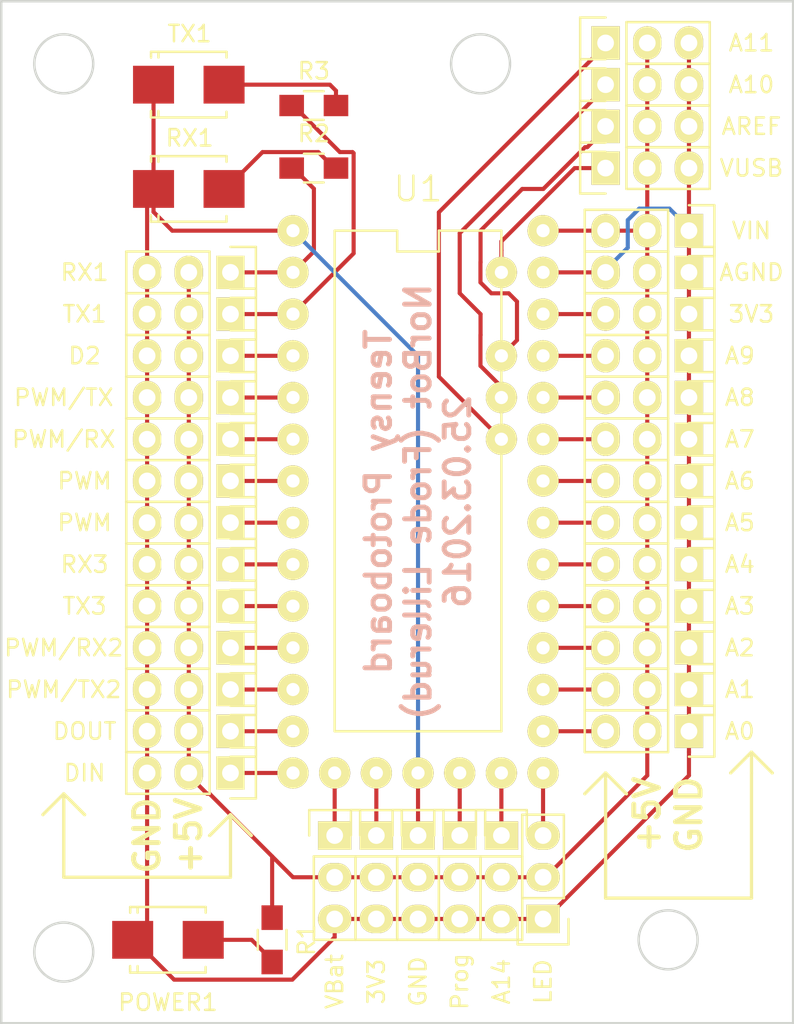
<source format=kicad_pcb>
(kicad_pcb (version 20221018) (generator pcbnew)
  (layers (0 "F.Cu" signal) (31 "B.Cu" signal) (34 "B.Paste" user) (35 "F.Paste" user) (36 "B.SilkS" user "B.Silkscreen") (37 "F.SilkS" user "F.Silkscreen") (38 "B.Mask" user) (39 "F.Mask" user) (44 "Edge.Cuts" user))
  (net 0 "")
  (net 1 "PIN27")
  (net 2 "PIN6")
  (net 3 "PIN26")
  (net 4 "PIN7")
  (net 5 "PIN8")
  (net 6 "PIN9")
  (net 7 "PIN10")
  (net 8 "PIN11")
  (net 9 "PIN12")
  (net 10 "PIN36")
  (net 11 "PIN0")
  (net 12 "PIN1")
  (net 13 "PIN2")
  (net 14 "PIN3")
  (net 15 "PIN4")
  (net 16 "PIN5")
  (net 17 "PIN35")
  (net 18 "PIN33")
  (net 19 "PIN32")
  (net 20 "PIN24")
  (net 21 "PIN23")
  (net 22 "PIN22")
  (net 23 "PIN21")
  (net 24 "PIN20")
  (net 25 "PIN19")
  (net 26 "PIN18")
  (net 27 "PIN17")
  (net 28 "PIN16")
  (net 29 "PIN15")
  (net 30 "PIN14")
  (net 31 "PIN13")
  (net 32 "PIN31")
  (net 33 "PIN30")
  (net 34 "PIN29")
  (net 35 "PIN28")
  (net 36 "Net-(POWER1-Pad2)")
  (net 37 "Net-(R2-Pad2)")
  (net 38 "Net-(R3-Pad2)")
  (footprint "Resistors_SMD:R_0805_HandSoldering" (layer "F.Cu") (at 91.44 132.08 -90)
    (fp_text reference "R1" (at 0 -2.1 270) (layer "F.SilkS"))
    (fp_text value "330")
    (pad "1" smd rect (at -1.35 0 270) (size 1.5 1.3) (layers "F.Cu" "F.Paste" "F.Mask") (net 3 "PIN26"))
    (pad "2" smd rect (at 1.35 0 270) (size 1.5 1.3) (layers "F.Cu" "F.Paste" "F.Mask") (net 36 "Net-(POWER1-Pad2)"))
  )
  (footprint "NorBotKiCadFootprints:Teensy-3.1_3.2" (layer "F.Cu") (at 92.71 91.44 -90)
    (fp_text reference "U1" (at -5.08 -7.62) (layer "F.SilkS") (effects (font (size 1.5 1.5))))
    (fp_text value "Teensy_3.1")
    (pad "0" thru_hole circle (at 0 0 270) (size 1.9 1.9) (drill 0.8) (layers "*.Cu" "*.Mask" "F.SilkS") (net 11 "PIN0"))
    (pad "1" thru_hole circle (at 2.54 0 270) (size 1.9 1.9) (drill 0.8) (layers "*.Cu" "*.Mask" "F.SilkS") (net 12 "PIN1"))
    (pad "2" thru_hole circle (at 5.08 0 270) (size 1.9 1.9) (drill 0.8) (layers "*.Cu" "*.Mask" "F.SilkS") (net 13 "PIN2"))
    (pad "3" thru_hole circle (at 7.62 0 270) (size 1.9 1.9) (drill 0.8) (layers "*.Cu" "*.Mask" "F.SilkS") (net 14 "PIN3"))
    (pad "4" thru_hole circle (at 10.16 0 270) (size 1.9 1.9) (drill 0.8) (layers "*.Cu" "*.Mask" "F.SilkS") (net 15 "PIN4"))
    (pad "5" thru_hole circle (at 12.7 0 270) (size 1.9 1.9) (drill 0.8) (layers "*.Cu" "*.Mask" "F.SilkS") (net 16 "PIN5"))
    (pad "6" thru_hole circle (at 15.24 0 270) (size 1.9 1.9) (drill 0.8) (layers "*.Cu" "*.Mask" "F.SilkS") (net 2 "PIN6"))
    (pad "7" thru_hole circle (at 17.78 0 270) (size 1.9 1.9) (drill 0.8) (layers "*.Cu" "*.Mask" "F.SilkS") (net 4 "PIN7"))
    (pad "8" thru_hole circle (at 20.32 0 270) (size 1.9 1.9) (drill 0.8) (layers "*.Cu" "*.Mask" "F.SilkS") (net 5 "PIN8"))
    (pad "9" thru_hole circle (at 22.86 0 270) (size 1.9 1.9) (drill 0.8) (layers "*.Cu" "*.Mask" "F.SilkS") (net 6 "PIN9"))
    (pad "10" thru_hole circle (at 25.4 0 270) (size 1.9 1.9) (drill 0.8) (layers "*.Cu" "*.Mask" "F.SilkS") (net 7 "PIN10"))
    (pad "11" thru_hole circle (at 27.94 0 270) (size 1.9 1.9) (drill 0.8) (layers "*.Cu" "*.Mask" "F.SilkS") (net 8 "PIN11"))
    (pad "12" thru_hole circle (at 30.48 0 270) (size 1.9 1.9) (drill 0.8) (layers "*.Cu" "*.Mask" "F.SilkS") (net 9 "PIN12"))
    (pad "13" thru_hole circle (at 30.48 -15.24 270) (size 1.9 1.9) (drill 0.8) (layers "*.Cu" "*.Mask" "F.SilkS") (net 31 "PIN13"))
    (pad "14" thru_hole circle (at 27.94 -15.24 270) (size 1.9 1.9) (drill 0.8) (layers "*.Cu" "*.Mask" "F.SilkS") (net 30 "PIN14"))
    (pad "15" thru_hole circle (at 25.4 -15.24 270) (size 1.9 1.9) (drill 0.8) (layers "*.Cu" "*.Mask" "F.SilkS") (net 29 "PIN15"))
    (pad "16" thru_hole circle (at 22.86 -15.24 270) (size 1.9 1.9) (drill 0.8) (layers "*.Cu" "*.Mask" "F.SilkS") (net 28 "PIN16"))
    (pad "17" thru_hole circle (at 20.32 -15.24 270) (size 1.9 1.9) (drill 0.8) (layers "*.Cu" "*.Mask" "F.SilkS") (net 27 "PIN17"))
    (pad "18" thru_hole circle (at 17.78 -15.24 270) (size 1.9 1.9) (drill 0.8) (layers "*.Cu" "*.Mask" "F.SilkS") (net 26 "PIN18"))
    (pad "19" thru_hole circle (at 15.24 -15.24 270) (size 1.9 1.9) (drill 0.8) (layers "*.Cu" "*.Mask" "F.SilkS") (net 25 "PIN19"))
    (pad "20" thru_hole circle (at 12.7 -15.24 270) (size 1.9 1.9) (drill 0.8) (layers "*.Cu" "*.Mask" "F.SilkS") (net 24 "PIN20"))
    (pad "21" thru_hole circle (at 10.16 -15.24 270) (size 1.9 1.9) (drill 0.8) (layers "*.Cu" "*.Mask" "F.SilkS") (net 23 "PIN21"))
    (pad "22" thru_hole circle (at 7.62 -15.24 270) (size 1.9 1.9) (drill 0.8) (layers "*.Cu" "*.Mask" "F.SilkS") (net 22 "PIN22"))
    (pad "23" thru_hole circle (at 5.08 -15.24 270) (size 1.9 1.9) (drill 0.8) (layers "*.Cu" "*.Mask" "F.SilkS") (net 21 "PIN23"))
    (pad "24" thru_hole circle (at 2.54 -15.24 270) (size 1.9 1.9) (drill 0.8) (layers "*.Cu" "*.Mask" "F.SilkS") (net 20 "PIN24"))
    (pad "25" thru_hole circle (at 0 -15.24 270) (size 1.9 1.9) (drill 0.8) (layers "*.Cu" "*.Mask" "F.SilkS") (net 1 "PIN27"))
    (pad "26" thru_hole circle (at -2.54 -15.24 270) (size 1.9 1.9) (drill 0.8) (layers "*.Cu" "*.Mask" "F.SilkS") (net 3 "PIN26"))
    (pad "27" thru_hole circle (at -2.54 0 270) (size 1.9 1.9) (drill 0.8) (layers "*.Cu" "*.Mask" "F.SilkS") (net 1 "PIN27"))
    (pad "28" thru_hole circle (at 0 -12.7 270) (size 1.9 1.9) (drill 0.8) (layers "*.Cu" "*.Mask" "F.SilkS") (net 35 "PIN28"))
    (pad "29" thru_hole circle (at 5.08 -12.7 270) (size 1.9 1.9) (drill 0.8) (layers "*.Cu" "*.Mask" "F.SilkS") (net 34 "PIN29"))
    (pad "30" thru_hole circle (at 7.62 -12.7 270) (size 1.9 1.9) (drill 0.8) (layers "*.Cu" "*.Mask" "F.SilkS") (net 33 "PIN30"))
    (pad "31" thru_hole circle (at 10.16 -12.7 270) (size 1.9 1.9) (drill 0.8) (layers "*.Cu" "*.Mask" "F.SilkS") (net 32 "PIN31"))
    (pad "32" thru_hole circle (at 30.48 -12.7 270) (size 1.9 1.9) (drill 0.8) (layers "*.Cu" "*.Mask" "F.SilkS") (net 19 "PIN32"))
    (pad "33" thru_hole circle (at 30.48 -10.16 270) (size 1.9 1.9) (drill 0.8) (layers "*.Cu" "*.Mask" "F.SilkS") (net 18 "PIN33"))
    (pad "34" thru_hole circle (at 30.48 -7.62 270) (size 1.9 1.9) (drill 0.8) (layers "*.Cu" "*.Mask" "F.SilkS") (net 1 "PIN27"))
    (pad "35" thru_hole circle (at 30.48 -5.08 270) (size 1.9 1.9) (drill 0.8) (layers "*.Cu" "*.Mask" "F.SilkS") (net 17 "PIN35"))
    (pad "36" thru_hole circle (at 30.48 -2.54 270) (size 1.9 1.9) (drill 0.8) (layers "*.Cu" "*.Mask" "F.SilkS") (net 10 "PIN36"))
  )
  (footprint "Pin_Headers:Pin_Header_Straight_1x03" (layer "F.Cu") (at 88.9 106.68 -90)
    (fp_text reference "P1")
    (fp_text value "PWM" (at 0 8.89) (layer "F.SilkS"))
    (pad "1" thru_hole rect (at 0 0 270) (size 2.032 1.7272) (drill 1.016) (layers "*.Cu" "*.Mask" "F.SilkS") (net 2 "PIN6"))
    (pad "2" thru_hole oval (at 0 2.54 270) (size 2.032 1.7272) (drill 1.016) (layers "*.Cu" "*.Mask" "F.SilkS") (net 3 "PIN26"))
    (pad "3" thru_hole oval (at 0 5.08 270) (size 2.032 1.7272) (drill 1.016) (layers "*.Cu" "*.Mask" "F.SilkS") (net 1 "PIN27"))
  )
  (footprint "Pin_Headers:Pin_Header_Straight_1x03" (layer "F.Cu") (at 88.9 109.22 -90)
    (fp_text reference "P2")
    (fp_text value "RX3" (at 0 8.89) (layer "F.SilkS"))
    (pad "1" thru_hole rect (at 0 0 270) (size 2.032 1.7272) (drill 1.016) (layers "*.Cu" "*.Mask" "F.SilkS") (net 4 "PIN7"))
    (pad "2" thru_hole oval (at 0 2.54 270) (size 2.032 1.7272) (drill 1.016) (layers "*.Cu" "*.Mask" "F.SilkS") (net 3 "PIN26"))
    (pad "3" thru_hole oval (at 0 5.08 270) (size 2.032 1.7272) (drill 1.016) (layers "*.Cu" "*.Mask" "F.SilkS") (net 1 "PIN27"))
  )
  (footprint "Pin_Headers:Pin_Header_Straight_1x03" (layer "F.Cu") (at 88.9 111.76 -90)
    (fp_text reference "P3")
    (fp_text value "TX3" (at 0 8.89) (layer "F.SilkS"))
    (pad "1" thru_hole rect (at 0 0 270) (size 2.032 1.7272) (drill 1.016) (layers "*.Cu" "*.Mask" "F.SilkS") (net 5 "PIN8"))
    (pad "2" thru_hole oval (at 0 2.54 270) (size 2.032 1.7272) (drill 1.016) (layers "*.Cu" "*.Mask" "F.SilkS") (net 3 "PIN26"))
    (pad "3" thru_hole oval (at 0 5.08 270) (size 2.032 1.7272) (drill 1.016) (layers "*.Cu" "*.Mask" "F.SilkS") (net 1 "PIN27"))
  )
  (footprint "Pin_Headers:Pin_Header_Straight_1x03" (layer "F.Cu") (at 88.9 114.3 -90)
    (fp_text reference "P4")
    (fp_text value "PWM/RX2" (at 0 10.16) (layer "F.SilkS"))
    (pad "1" thru_hole rect (at 0 0 270) (size 2.032 1.7272) (drill 1.016) (layers "*.Cu" "*.Mask" "F.SilkS") (net 6 "PIN9"))
    (pad "2" thru_hole oval (at 0 2.54 270) (size 2.032 1.7272) (drill 1.016) (layers "*.Cu" "*.Mask" "F.SilkS") (net 3 "PIN26"))
    (pad "3" thru_hole oval (at 0 5.08 270) (size 2.032 1.7272) (drill 1.016) (layers "*.Cu" "*.Mask" "F.SilkS") (net 1 "PIN27"))
  )
  (footprint "Pin_Headers:Pin_Header_Straight_1x03" (layer "F.Cu") (at 88.9 116.84 -90)
    (fp_text reference "P5")
    (fp_text value "PWM/TX2" (at 0 10.16) (layer "F.SilkS"))
    (pad "1" thru_hole rect (at 0 0 270) (size 2.032 1.7272) (drill 1.016) (layers "*.Cu" "*.Mask" "F.SilkS") (net 7 "PIN10"))
    (pad "2" thru_hole oval (at 0 2.54 270) (size 2.032 1.7272) (drill 1.016) (layers "*.Cu" "*.Mask" "F.SilkS") (net 3 "PIN26"))
    (pad "3" thru_hole oval (at 0 5.08 270) (size 2.032 1.7272) (drill 1.016) (layers "*.Cu" "*.Mask" "F.SilkS") (net 1 "PIN27"))
  )
  (footprint "Pin_Headers:Pin_Header_Straight_1x03" (layer "F.Cu") (at 88.9 119.38 -90)
    (fp_text reference "P6")
    (fp_text value "DOUT" (at 0 8.89) (layer "F.SilkS"))
    (pad "1" thru_hole rect (at 0 0 270) (size 2.032 1.7272) (drill 1.016) (layers "*.Cu" "*.Mask" "F.SilkS") (net 8 "PIN11"))
    (pad "2" thru_hole oval (at 0 2.54 270) (size 2.032 1.7272) (drill 1.016) (layers "*.Cu" "*.Mask" "F.SilkS") (net 3 "PIN26"))
    (pad "3" thru_hole oval (at 0 5.08 270) (size 2.032 1.7272) (drill 1.016) (layers "*.Cu" "*.Mask" "F.SilkS") (net 1 "PIN27"))
  )
  (footprint "Pin_Headers:Pin_Header_Straight_1x03" (layer "F.Cu") (at 88.9 121.92 -90)
    (fp_text reference "P7")
    (fp_text value "DIN" (at 0 8.89) (layer "F.SilkS"))
    (pad "1" thru_hole rect (at 0 0 270) (size 2.032 1.7272) (drill 1.016) (layers "*.Cu" "*.Mask" "F.SilkS") (net 9 "PIN12"))
    (pad "2" thru_hole oval (at 0 2.54 270) (size 2.032 1.7272) (drill 1.016) (layers "*.Cu" "*.Mask" "F.SilkS") (net 3 "PIN26"))
    (pad "3" thru_hole oval (at 0 5.08 270) (size 2.032 1.7272) (drill 1.016) (layers "*.Cu" "*.Mask" "F.SilkS") (net 1 "PIN27"))
  )
  (footprint "Pin_Headers:Pin_Header_Straight_1x03" (layer "F.Cu") (at 100.33 125.73)
    (fp_text reference "P8")
    (fp_text value "GND" (at 0 8.89 90) (layer "F.SilkS"))
    (pad "1" thru_hole rect (at 0 0) (size 2.032 1.7272) (drill 1.016) (layers "*.Cu" "*.Mask" "F.SilkS") (net 1 "PIN27"))
    (pad "2" thru_hole oval (at 0 2.54) (size 2.032 1.7272) (drill 1.016) (layers "*.Cu" "*.Mask" "F.SilkS") (net 3 "PIN26"))
    (pad "3" thru_hole oval (at 0 5.08) (size 2.032 1.7272) (drill 1.016) (layers "*.Cu" "*.Mask" "F.SilkS") (net 1 "PIN27"))
  )
  (footprint "Pin_Headers:Pin_Header_Straight_1x03" (layer "F.Cu") (at 88.9 91.44 -90)
    (fp_text reference "P9")
    (fp_text value "RX1" (at 0 8.89) (layer "F.SilkS"))
    (pad "1" thru_hole rect (at 0 0 270) (size 2.032 1.7272) (drill 1.016) (layers "*.Cu" "*.Mask" "F.SilkS") (net 11 "PIN0"))
    (pad "2" thru_hole oval (at 0 2.54 270) (size 2.032 1.7272) (drill 1.016) (layers "*.Cu" "*.Mask" "F.SilkS") (net 3 "PIN26"))
    (pad "3" thru_hole oval (at 0 5.08 270) (size 2.032 1.7272) (drill 1.016) (layers "*.Cu" "*.Mask" "F.SilkS") (net 1 "PIN27"))
  )
  (footprint "Pin_Headers:Pin_Header_Straight_1x03" (layer "F.Cu") (at 88.9 93.98 -90)
    (fp_text reference "P10")
    (fp_text value "TX1" (at 0 8.89) (layer "F.SilkS"))
    (pad "1" thru_hole rect (at 0 0 270) (size 2.032 1.7272) (drill 1.016) (layers "*.Cu" "*.Mask" "F.SilkS") (net 12 "PIN1"))
    (pad "2" thru_hole oval (at 0 2.54 270) (size 2.032 1.7272) (drill 1.016) (layers "*.Cu" "*.Mask" "F.SilkS") (net 3 "PIN26"))
    (pad "3" thru_hole oval (at 0 5.08 270) (size 2.032 1.7272) (drill 1.016) (layers "*.Cu" "*.Mask" "F.SilkS") (net 1 "PIN27"))
  )
  (footprint "Pin_Headers:Pin_Header_Straight_1x03" (layer "F.Cu") (at 88.9 96.52 -90)
    (fp_text reference "P11")
    (fp_text value "D2" (at 0 8.89) (layer "F.SilkS"))
    (pad "1" thru_hole rect (at 0 0 270) (size 2.032 1.7272) (drill 1.016) (layers "*.Cu" "*.Mask" "F.SilkS") (net 13 "PIN2"))
    (pad "2" thru_hole oval (at 0 2.54 270) (size 2.032 1.7272) (drill 1.016) (layers "*.Cu" "*.Mask" "F.SilkS") (net 3 "PIN26"))
    (pad "3" thru_hole oval (at 0 5.08 270) (size 2.032 1.7272) (drill 1.016) (layers "*.Cu" "*.Mask" "F.SilkS") (net 1 "PIN27"))
  )
  (footprint "Pin_Headers:Pin_Header_Straight_1x03" (layer "F.Cu") (at 88.9 99.06 -90)
    (fp_text reference "P12")
    (fp_text value "PWM/TX" (at 0 10.16) (layer "F.SilkS"))
    (pad "1" thru_hole rect (at 0 0 270) (size 2.032 1.7272) (drill 1.016) (layers "*.Cu" "*.Mask" "F.SilkS") (net 14 "PIN3"))
    (pad "2" thru_hole oval (at 0 2.54 270) (size 2.032 1.7272) (drill 1.016) (layers "*.Cu" "*.Mask" "F.SilkS") (net 3 "PIN26"))
    (pad "3" thru_hole oval (at 0 5.08 270) (size 2.032 1.7272) (drill 1.016) (layers "*.Cu" "*.Mask" "F.SilkS") (net 1 "PIN27"))
  )
  (footprint "Pin_Headers:Pin_Header_Straight_1x03" (layer "F.Cu") (at 88.9 101.6 -90)
    (fp_text reference "P13")
    (fp_text value "PWM/RX" (at 0 10.16) (layer "F.SilkS"))
    (pad "1" thru_hole rect (at 0 0 270) (size 2.032 1.7272) (drill 1.016) (layers "*.Cu" "*.Mask" "F.SilkS") (net 15 "PIN4"))
    (pad "2" thru_hole oval (at 0 2.54 270) (size 2.032 1.7272) (drill 1.016) (layers "*.Cu" "*.Mask" "F.SilkS") (net 3 "PIN26"))
    (pad "3" thru_hole oval (at 0 5.08 270) (size 2.032 1.7272) (drill 1.016) (layers "*.Cu" "*.Mask" "F.SilkS") (net 1 "PIN27"))
  )
  (footprint "Pin_Headers:Pin_Header_Straight_1x03" (layer "F.Cu") (at 88.9 104.14 -90)
    (fp_text reference "P14")
    (fp_text value "PWM" (at 0 8.89) (layer "F.SilkS"))
    (pad "1" thru_hole rect (at 0 0 270) (size 2.032 1.7272) (drill 1.016) (layers "*.Cu" "*.Mask" "F.SilkS") (net 16 "PIN5"))
    (pad "2" thru_hole oval (at 0 2.54 270) (size 2.032 1.7272) (drill 1.016) (layers "*.Cu" "*.Mask" "F.SilkS") (net 3 "PIN26"))
    (pad "3" thru_hole oval (at 0 5.08 270) (size 2.032 1.7272) (drill 1.016) (layers "*.Cu" "*.Mask" "F.SilkS") (net 1 "PIN27"))
  )
  (footprint "Pin_Headers:Pin_Header_Straight_1x03" (layer "F.Cu") (at 95.25 125.73)
    (fp_text reference "P15")
    (fp_text value "VBat" (at 0 8.89 90) (layer "F.SilkS"))
    (pad "1" thru_hole rect (at 0 0) (size 2.032 1.7272) (drill 1.016) (layers "*.Cu" "*.Mask" "F.SilkS") (net 10 "PIN36"))
    (pad "2" thru_hole oval (at 0 2.54) (size 2.032 1.7272) (drill 1.016) (layers "*.Cu" "*.Mask" "F.SilkS") (net 3 "PIN26"))
    (pad "3" thru_hole oval (at 0 5.08) (size 2.032 1.7272) (drill 1.016) (layers "*.Cu" "*.Mask" "F.SilkS") (net 1 "PIN27"))
  )
  (footprint "Pin_Headers:Pin_Header_Straight_1x03" (layer "F.Cu") (at 97.79 125.73)
    (fp_text reference "P16")
    (fp_text value "3V3" (at 0 8.89 90) (layer "F.SilkS"))
    (pad "1" thru_hole rect (at 0 0) (size 2.032 1.7272) (drill 1.016) (layers "*.Cu" "*.Mask" "F.SilkS") (net 17 "PIN35"))
    (pad "2" thru_hole oval (at 0 2.54) (size 2.032 1.7272) (drill 1.016) (layers "*.Cu" "*.Mask" "F.SilkS") (net 3 "PIN26"))
    (pad "3" thru_hole oval (at 0 5.08) (size 2.032 1.7272) (drill 1.016) (layers "*.Cu" "*.Mask" "F.SilkS") (net 1 "PIN27"))
  )
  (footprint "Pin_Headers:Pin_Header_Straight_1x03" (layer "F.Cu") (at 102.87 125.73)
    (fp_text reference "P17")
    (fp_text value "Prog" (at 0 8.89 90) (layer "F.SilkS"))
    (pad "1" thru_hole rect (at 0 0) (size 2.032 1.7272) (drill 1.016) (layers "*.Cu" "*.Mask" "F.SilkS") (net 18 "PIN33"))
    (pad "2" thru_hole oval (at 0 2.54) (size 2.032 1.7272) (drill 1.016) (layers "*.Cu" "*.Mask" "F.SilkS") (net 3 "PIN26"))
    (pad "3" thru_hole oval (at 0 5.08) (size 2.032 1.7272) (drill 1.016) (layers "*.Cu" "*.Mask" "F.SilkS") (net 1 "PIN27"))
  )
  (footprint "Pin_Headers:Pin_Header_Straight_1x03" (layer "F.Cu") (at 111.76 77.47 90)
    (fp_text reference "P18")
    (fp_text value "A11" (at 0 8.89 180) (layer "F.SilkS"))
    (pad "1" thru_hole rect (at 0 0 90) (size 2.032 1.7272) (drill 1.016) (layers "*.Cu" "*.Mask" "F.SilkS") (net 32 "PIN31"))
    (pad "2" thru_hole oval (at 0 2.54 90) (size 2.032 1.7272) (drill 1.016) (layers "*.Cu" "*.Mask" "F.SilkS") (net 3 "PIN26"))
    (pad "3" thru_hole oval (at 0 5.08 90) (size 2.032 1.7272) (drill 1.016) (layers "*.Cu" "*.Mask" "F.SilkS") (net 1 "PIN27"))
  )
  (footprint "Pin_Headers:Pin_Header_Straight_1x03" (layer "F.Cu") (at 105.41 125.73)
    (fp_text reference "P19")
    (fp_text value "A14" (at 0 8.89 90) (layer "F.SilkS"))
    (pad "1" thru_hole rect (at 0 0) (size 2.032 1.7272) (drill 1.016) (layers "*.Cu" "*.Mask" "F.SilkS") (net 19 "PIN32"))
    (pad "2" thru_hole oval (at 0 2.54) (size 2.032 1.7272) (drill 1.016) (layers "*.Cu" "*.Mask" "F.SilkS") (net 3 "PIN26"))
    (pad "3" thru_hole oval (at 0 5.08) (size 2.032 1.7272) (drill 1.016) (layers "*.Cu" "*.Mask" "F.SilkS") (net 1 "PIN27"))
  )
  (footprint "Pin_Headers:Pin_Header_Straight_1x03" (layer "F.Cu") (at 111.76 80.01 90)
    (fp_text reference "P20")
    (fp_text value "A10" (at 0 8.89 180) (layer "F.SilkS"))
    (pad "1" thru_hole rect (at 0 0 90) (size 2.032 1.7272) (drill 1.016) (layers "*.Cu" "*.Mask" "F.SilkS") (net 33 "PIN30"))
    (pad "2" thru_hole oval (at 0 2.54 90) (size 2.032 1.7272) (drill 1.016) (layers "*.Cu" "*.Mask" "F.SilkS") (net 3 "PIN26"))
    (pad "3" thru_hole oval (at 0 5.08 90) (size 2.032 1.7272) (drill 1.016) (layers "*.Cu" "*.Mask" "F.SilkS") (net 1 "PIN27"))
  )
  (footprint "Pin_Headers:Pin_Header_Straight_1x03" (layer "F.Cu") (at 111.76 82.55 90)
    (fp_text reference "P21")
    (fp_text value "AREF" (at 0 8.89 180) (layer "F.SilkS"))
    (pad "1" thru_hole rect (at 0 0 90) (size 2.032 1.7272) (drill 1.016) (layers "*.Cu" "*.Mask" "F.SilkS") (net 34 "PIN29"))
    (pad "2" thru_hole oval (at 0 2.54 90) (size 2.032 1.7272) (drill 1.016) (layers "*.Cu" "*.Mask" "F.SilkS") (net 3 "PIN26"))
    (pad "3" thru_hole oval (at 0 5.08 90) (size 2.032 1.7272) (drill 1.016) (layers "*.Cu" "*.Mask" "F.SilkS") (net 1 "PIN27"))
  )
  (footprint "Pin_Headers:Pin_Header_Straight_1x03" (layer "F.Cu") (at 111.76 85.09 90)
    (fp_text reference "P22")
    (fp_text value "VUSB" (at 0 8.89 180) (layer "F.SilkS"))
    (pad "1" thru_hole rect (at 0 0 90) (size 2.032 1.7272) (drill 1.016) (layers "*.Cu" "*.Mask" "F.SilkS") (net 35 "PIN28"))
    (pad "2" thru_hole oval (at 0 2.54 90) (size 2.032 1.7272) (drill 1.016) (layers "*.Cu" "*.Mask" "F.SilkS") (net 3 "PIN26"))
    (pad "3" thru_hole oval (at 0 5.08 90) (size 2.032 1.7272) (drill 1.016) (layers "*.Cu" "*.Mask" "F.SilkS") (net 1 "PIN27"))
  )
  (footprint "Pin_Headers:Pin_Header_Straight_1x03" (layer "F.Cu") (at 116.84 88.9 -90)
    (fp_text reference "P23")
    (fp_text value "VIN" (at 0 -3.81) (layer "F.SilkS"))
    (pad "1" thru_hole rect (at 0 0 270) (size 2.032 1.7272) (drill 1.016) (layers "*.Cu" "*.Mask" "F.SilkS") (net 1 "PIN27"))
    (pad "2" thru_hole oval (at 0 2.54 270) (size 2.032 1.7272) (drill 1.016) (layers "*.Cu" "*.Mask" "F.SilkS") (net 3 "PIN26"))
    (pad "3" thru_hole oval (at 0 5.08 270) (size 2.032 1.7272) (drill 1.016) (layers "*.Cu" "*.Mask" "F.SilkS") (net 3 "PIN26"))
  )
  (footprint "Pin_Headers:Pin_Header_Straight_1x03" (layer "F.Cu") (at 116.84 91.44 -90)
    (fp_text reference "P24")
    (fp_text value "AGND" (at 0 -3.81) (layer "F.SilkS"))
    (pad "1" thru_hole rect (at 0 0 270) (size 2.032 1.7272) (drill 1.016) (layers "*.Cu" "*.Mask" "F.SilkS") (net 1 "PIN27"))
    (pad "2" thru_hole oval (at 0 2.54 270) (size 2.032 1.7272) (drill 1.016) (layers "*.Cu" "*.Mask" "F.SilkS") (net 3 "PIN26"))
    (pad "3" thru_hole oval (at 0 5.08 270) (size 2.032 1.7272) (drill 1.016) (layers "*.Cu" "*.Mask" "F.SilkS") (net 1 "PIN27"))
  )
  (footprint "Pin_Headers:Pin_Header_Straight_1x03" (layer "F.Cu") (at 116.84 93.98 -90)
    (fp_text reference "P25")
    (fp_text value "3V3" (at 0 -3.81) (layer "F.SilkS"))
    (pad "1" thru_hole rect (at 0 0 270) (size 2.032 1.7272) (drill 1.016) (layers "*.Cu" "*.Mask" "F.SilkS") (net 1 "PIN27"))
    (pad "2" thru_hole oval (at 0 2.54 270) (size 2.032 1.7272) (drill 1.016) (layers "*.Cu" "*.Mask" "F.SilkS") (net 3 "PIN26"))
    (pad "3" thru_hole oval (at 0 5.08 270) (size 2.032 1.7272) (drill 1.016) (layers "*.Cu" "*.Mask" "F.SilkS") (net 20 "PIN24"))
  )
  (footprint "Pin_Headers:Pin_Header_Straight_1x03" (layer "F.Cu") (at 116.84 96.52 -90)
    (fp_text reference "P26")
    (fp_text value "A9" (at 0 -3.1) (layer "F.SilkS"))
    (pad "1" thru_hole rect (at 0 0 270) (size 2.032 1.7272) (drill 1.016) (layers "*.Cu" "*.Mask" "F.SilkS") (net 1 "PIN27"))
    (pad "2" thru_hole oval (at 0 2.54 270) (size 2.032 1.7272) (drill 1.016) (layers "*.Cu" "*.Mask" "F.SilkS") (net 3 "PIN26"))
    (pad "3" thru_hole oval (at 0 5.08 270) (size 2.032 1.7272) (drill 1.016) (layers "*.Cu" "*.Mask" "F.SilkS") (net 21 "PIN23"))
  )
  (footprint "Pin_Headers:Pin_Header_Straight_1x03" (layer "F.Cu") (at 116.84 99.06 -90)
    (fp_text reference "P27")
    (fp_text value "A8" (at 0 -3.1) (layer "F.SilkS"))
    (pad "1" thru_hole rect (at 0 0 270) (size 2.032 1.7272) (drill 1.016) (layers "*.Cu" "*.Mask" "F.SilkS") (net 1 "PIN27"))
    (pad "2" thru_hole oval (at 0 2.54 270) (size 2.032 1.7272) (drill 1.016) (layers "*.Cu" "*.Mask" "F.SilkS") (net 3 "PIN26"))
    (pad "3" thru_hole oval (at 0 5.08 270) (size 2.032 1.7272) (drill 1.016) (layers "*.Cu" "*.Mask" "F.SilkS") (net 22 "PIN22"))
  )
  (footprint "Pin_Headers:Pin_Header_Straight_1x03" (layer "F.Cu") (at 116.84 101.6 -90)
    (fp_text reference "P28")
    (fp_text value "A7" (at 0 -3.1) (layer "F.SilkS"))
    (pad "1" thru_hole rect (at 0 0 270) (size 2.032 1.7272) (drill 1.016) (layers "*.Cu" "*.Mask" "F.SilkS") (net 1 "PIN27"))
    (pad "2" thru_hole oval (at 0 2.54 270) (size 2.032 1.7272) (drill 1.016) (layers "*.Cu" "*.Mask" "F.SilkS") (net 3 "PIN26"))
    (pad "3" thru_hole oval (at 0 5.08 270) (size 2.032 1.7272) (drill 1.016) (layers "*.Cu" "*.Mask" "F.SilkS") (net 23 "PIN21"))
  )
  (footprint "Pin_Headers:Pin_Header_Straight_1x03" (layer "F.Cu") (at 116.84 104.14 -90)
    (fp_text reference "P29")
    (fp_text value "A6" (at 0 -3.1) (layer "F.SilkS"))
    (pad "1" thru_hole rect (at 0 0 270) (size 2.032 1.7272) (drill 1.016) (layers "*.Cu" "*.Mask" "F.SilkS") (net 1 "PIN27"))
    (pad "2" thru_hole oval (at 0 2.54 270) (size 2.032 1.7272) (drill 1.016) (layers "*.Cu" "*.Mask" "F.SilkS") (net 3 "PIN26"))
    (pad "3" thru_hole oval (at 0 5.08 270) (size 2.032 1.7272) (drill 1.016) (layers "*.Cu" "*.Mask" "F.SilkS") (net 24 "PIN20"))
  )
  (footprint "Pin_Headers:Pin_Header_Straight_1x03" (layer "F.Cu") (at 116.84 106.68 -90)
    (fp_text reference "P30")
    (fp_text value "A5" (at 0 -3.1) (layer "F.SilkS"))
    (pad "1" thru_hole rect (at 0 0 270) (size 2.032 1.7272) (drill 1.016) (layers "*.Cu" "*.Mask" "F.SilkS") (net 1 "PIN27"))
    (pad "2" thru_hole oval (at 0 2.54 270) (size 2.032 1.7272) (drill 1.016) (layers "*.Cu" "*.Mask" "F.SilkS") (net 3 "PIN26"))
    (pad "3" thru_hole oval (at 0 5.08 270) (size 2.032 1.7272) (drill 1.016) (layers "*.Cu" "*.Mask" "F.SilkS") (net 25 "PIN19"))
  )
  (footprint "Pin_Headers:Pin_Header_Straight_1x03" (layer "F.Cu") (at 116.84 109.22 -90)
    (fp_text reference "P31")
    (fp_text value "A4" (at 0 -3.1) (layer "F.SilkS"))
    (pad "1" thru_hole rect (at 0 0 270) (size 2.032 1.7272) (drill 1.016) (layers "*.Cu" "*.Mask" "F.SilkS") (net 1 "PIN27"))
    (pad "2" thru_hole oval (at 0 2.54 270) (size 2.032 1.7272) (drill 1.016) (layers "*.Cu" "*.Mask" "F.SilkS") (net 3 "PIN26"))
    (pad "3" thru_hole oval (at 0 5.08 270) (size 2.032 1.7272) (drill 1.016) (layers "*.Cu" "*.Mask" "F.SilkS") (net 26 "PIN18"))
  )
  (footprint "Pin_Headers:Pin_Header_Straight_1x03" (layer "F.Cu") (at 116.84 111.76 -90)
    (fp_text reference "P32")
    (fp_text value "A3" (at 0 -3.1) (layer "F.SilkS"))
    (pad "1" thru_hole rect (at 0 0 270) (size 2.032 1.7272) (drill 1.016) (layers "*.Cu" "*.Mask" "F.SilkS") (net 1 "PIN27"))
    (pad "2" thru_hole oval (at 0 2.54 270) (size 2.032 1.7272) (drill 1.016) (layers "*.Cu" "*.Mask" "F.SilkS") (net 3 "PIN26"))
    (pad "3" thru_hole oval (at 0 5.08 270) (size 2.032 1.7272) (drill 1.016) (layers "*.Cu" "*.Mask" "F.SilkS") (net 27 "PIN17"))
  )
  (footprint "Pin_Headers:Pin_Header_Straight_1x03" (layer "F.Cu") (at 116.84 114.3 -90)
    (fp_text reference "P33")
    (fp_text value "A2" (at 0 -3.1) (layer "F.SilkS"))
    (pad "1" thru_hole rect (at 0 0 270) (size 2.032 1.7272) (drill 1.016) (layers "*.Cu" "*.Mask" "F.SilkS") (net 1 "PIN27"))
    (pad "2" thru_hole oval (at 0 2.54 270) (size 2.032 1.7272) (drill 1.016) (layers "*.Cu" "*.Mask" "F.SilkS") (net 3 "PIN26"))
    (pad "3" thru_hole oval (at 0 5.08 270) (size 2.032 1.7272) (drill 1.016) (layers "*.Cu" "*.Mask" "F.SilkS") (net 28 "PIN16"))
  )
  (footprint "Pin_Headers:Pin_Header_Straight_1x03" (layer "F.Cu") (at 116.84 116.84 -90)
    (fp_text reference "P34")
    (fp_text value "A1" (at 0 -3.1) (layer "F.SilkS"))
    (pad "1" thru_hole rect (at 0 0 270) (size 2.032 1.7272) (drill 1.016) (layers "*.Cu" "*.Mask" "F.SilkS") (net 1 "PIN27"))
    (pad "2" thru_hole oval (at 0 2.54 270) (size 2.032 1.7272) (drill 1.016) (layers "*.Cu" "*.Mask" "F.SilkS") (net 3 "PIN26"))
    (pad "3" thru_hole oval (at 0 5.08 270) (size 2.032 1.7272) (drill 1.016) (layers "*.Cu" "*.Mask" "F.SilkS") (net 29 "PIN15"))
  )
  (footprint "Pin_Headers:Pin_Header_Straight_1x03" (layer "F.Cu") (at 116.84 119.38 -90)
    (fp_text reference "P35")
    (fp_text value "A0" (at 0 -3.1) (layer "F.SilkS"))
    (pad "1" thru_hole rect (at 0 0 270) (size 2.032 1.7272) (drill 1.016) (layers "*.Cu" "*.Mask" "F.SilkS") (net 1 "PIN27"))
    (pad "2" thru_hole oval (at 0 2.54 270) (size 2.032 1.7272) (drill 1.016) (layers "*.Cu" "*.Mask" "F.SilkS") (net 3 "PIN26"))
    (pad "3" thru_hole oval (at 0 5.08 270) (size 2.032 1.7272) (drill 1.016) (layers "*.Cu" "*.Mask" "F.SilkS") (net 30 "PIN14"))
  )
  (footprint "Pin_Headers:Pin_Header_Straight_1x03" (layer "F.Cu") (at 107.95 130.81 180)
    (fp_text reference "P36")
    (fp_text value "LED" (at 0 -3.81 270) (layer "F.SilkS"))
    (pad "1" thru_hole rect (at 0 0 180) (size 2.032 1.7272) (drill 1.016) (layers "*.Cu" "*.Mask" "F.SilkS") (net 1 "PIN27"))
    (pad "2" thru_hole oval (at 0 2.54 180) (size 2.032 1.7272) (drill 1.016) (layers "*.Cu" "*.Mask" "F.SilkS") (net 3 "PIN26"))
    (pad "3" thru_hole oval (at 0 5.08 180) (size 2.032 1.7272) (drill 1.016) (layers "*.Cu" "*.Mask" "F.SilkS") (net 31 "PIN13"))
  )
  (footprint "Resistors_SMD:R_0805_HandSoldering" (layer "F.Cu") (at 93.98 85.09)
    (fp_text reference "R2" (at 0 -2.1) (layer "F.SilkS"))
    (fp_text value "330")
    (pad "1" smd rect (at -1.35 0) (size 1.5 1.3) (layers "F.Cu" "F.Paste" "F.Mask") (net 11 "PIN0"))
    (pad "2" smd rect (at 1.35 0) (size 1.5 1.3) (layers "F.Cu" "F.Paste" "F.Mask") (net 37 "Net-(R2-Pad2)"))
  )
  (footprint "Resistors_SMD:R_0805_HandSoldering" (layer "F.Cu") (at 93.98 81.28)
    (fp_text reference "R3" (at 0 -2.1) (layer "F.SilkS"))
    (fp_text value "330")
    (pad "1" smd rect (at -1.35 0) (size 1.5 1.3) (layers "F.Cu" "F.Paste" "F.Mask") (net 12 "PIN1"))
    (pad "2" smd rect (at 1.35 0) (size 1.5 1.3) (layers "F.Cu" "F.Paste" "F.Mask") (net 38 "Net-(R3-Pad2)"))
  )
  (footprint "Diodes_SMD:SMB_Standard" (layer "F.Cu") (at 85.09 132.08)
    (fp_text reference "POWER1" (at 0 3.81) (layer "F.SilkS"))
    (fp_text value "D1")
    (pad "1" smd rect (at -2.14884 0) (size 2.49936 2.30124) (layers "F.Cu" "F.Paste" "F.Mask") (net 1 "PIN27"))
    (pad "2" smd rect (at 2.14884 0) (size 2.49936 2.30124) (layers "F.Cu" "F.Paste" "F.Mask") (net 36 "Net-(POWER1-Pad2)"))
  )
  (footprint "Diodes_SMD:SMB_Standard" (layer "F.Cu") (at 86.36 86.36)
    (fp_text reference "RX1" (at 0.05 -3.1) (layer "F.SilkS"))
    (fp_text value "D2")
    (pad "1" smd rect (at -2.14884 0) (size 2.49936 2.30124) (layers "F.Cu" "F.Paste" "F.Mask") (net 1 "PIN27"))
    (pad "2" smd rect (at 2.14884 0) (size 2.49936 2.30124) (layers "F.Cu" "F.Paste" "F.Mask") (net 37 "Net-(R2-Pad2)"))
  )
  (footprint "Diodes_SMD:SMB_Standard" (layer "F.Cu") (at 86.36 80.01)
    (fp_text reference "TX1" (at 0.05 -3.1) (layer "F.SilkS"))
    (fp_text value "D3")
    (pad "1" smd rect (at -2.14884 0) (size 2.49936 2.30124) (layers "F.Cu" "F.Paste" "F.Mask") (net 1 "PIN27"))
    (pad "2" smd rect (at 2.14884 0) (size 2.49936 2.30124) (layers "F.Cu" "F.Paste" "F.Mask") (net 38 "Net-(R3-Pad2)"))
  )
  (gr_line (start 111.76 121.92) (end 113.03 123.19) (stroke (width 0.2)) (layer "F.SilkS"))
  (gr_line (start 111.76 121.92) (end 110.49 123.19) (stroke (width 0.2)) (layer "F.SilkS"))
  (gr_line (start 120.65 120.65) (end 121.92 121.92) (stroke (width 0.2)) (layer "F.SilkS"))
  (gr_line (start 78.74 123.19) (end 80.01 124.46) (stroke (width 0.2)) (layer "F.SilkS"))
  (gr_line (start 80.01 124.46) (end 78.74 123.19) (stroke (width 0.2)) (layer "F.SilkS"))
  (gr_line (start 87.63 125.73) (end 88.9 124.46) (stroke (width 0.2)) (layer "F.SilkS"))
  (gr_line (start 88.9 124.46) (end 87.63 125.73) (stroke (width 0.2)) (layer "F.SilkS"))
  (gr_line (start 120.65 120.65) (end 119.38 121.92) (stroke (width 0.2)) (layer "F.SilkS"))
  (gr_line (start 88.9 128.27) (end 78.74 128.27) (stroke (width 0.2)) (layer "F.SilkS"))
  (gr_line (start 120.65 121.92) (end 120.65 129.54) (stroke (width 0.2)) (layer "F.SilkS"))
  (gr_line (start 78.74 123.19) (end 77.47 124.46) (stroke (width 0.2)) (layer "F.SilkS"))
  (gr_line (start 111.76 129.54) (end 111.76 121.92) (stroke (width 0.2)) (layer "F.SilkS"))
  (gr_line (start 88.9 124.46) (end 90.17 125.73) (stroke (width 0.2)) (layer "F.SilkS"))
  (gr_line (start 120.65 129.54) (end 111.76 129.54) (stroke (width 0.2)) (layer "F.SilkS"))
  (gr_line (start 78.74 128.27) (end 78.74 123.19) (stroke (width 0.2)) (layer "F.SilkS"))
  (gr_line (start 113.03 123.19) (end 111.76 121.92) (stroke (width 0.2)) (layer "F.SilkS"))
  (gr_line (start 88.9 124.46) (end 88.9 128.27) (stroke (width 0.2)) (layer "F.SilkS"))
  (gr_line (start 120.65 121.92) (end 120.65 120.65) (stroke (width 0.2)) (layer "F.SilkS"))
  (gr_circle (center 78.74 132.823949) (end 80.01 134.093949) (stroke (width 0.15)) (fill none) (layer "Edge.Cuts"))
  (gr_circle (center 115.57 132.08) (end 116.84 133.35) (stroke (width 0.15)) (fill none) (layer "Edge.Cuts"))
  (gr_line (start 74.93 137.16) (end 123.19 137.16) (stroke (width 0.15)) (layer "Edge.Cuts"))
  (gr_circle (center 78.74 78.74) (end 80.01 80.01) (stroke (width 0.15)) (fill none) (layer "Edge.Cuts"))
  (gr_line (start 74.93 74.93) (end 74.93 137.16) (stroke (width 0.15)) (layer "Edge.Cuts"))
  (gr_circle (center 104.14 78.74) (end 105.41 80.01) (stroke (width 0.15)) (fill none) (layer "Edge.Cuts"))
  (gr_line (start 123.19 137.16) (end 123.19 74.93) (stroke (width 0.15)) (layer "Edge.Cuts"))
  (gr_line (start 123.19 74.93) (end 74.93 74.93) (stroke (width 0.15)) (layer "Edge.Cuts"))
  (gr_text "Teensy Protoboard\nNorBot (Frode Lillerud)\n25.03.2016" (at 100.33 105.41 90) (layer "B.SilkS") (effects (font (size 1.5 1.5) (thickness 0.3)) (justify mirror)))
  (gr_text "GND" (at 83.82 125.73 90) (layer "F.SilkS") (effects (font (size 1.5 1.5) (thickness 0.3))))
  (gr_text "+5V" (at 86.36 125.73 90) (layer "F.SilkS") (effects (font (size 1.5 1.5) (thickness 0.3))))
  (gr_text "GND" (at 116.84 124.46 90) (layer "F.SilkS") (effects (font (size 1.5 1.5) (thickness 0.3))))
  (gr_text "+5V" (at 114.3 124.46 90) (layer "F.SilkS") (effects (font (size 1.5 1.5) (thickness 0.3))))
  (segment (start 84.21116 87.76062) (end 84.21116 86.36) (width 0.25) (layer "F.Cu") (net 1))
  (segment (start 83.82 111.76) (end 83.82 114.3) (width 0.25) (layer "F.Cu") (net 1))
  (segment (start 92.668599 134.505001) (end 95.25 131.9236) (width 0.25) (layer "F.Cu") (net 1))
  (segment (start 116.84 91.44) (end 116.84 88.9) (width 0.25) (layer "F.Cu") (net 1))
  (segment (start 116.84 82.55) (end 116.84 85.09) (width 0.25) (layer "F.Cu") (net 1))
  (segment (start 100.33 130.81) (end 102.87 130.81) (width 0.25) (layer "F.Cu") (net 1))
  (segment (start 83.04022 132.08) (end 85.465221 134.505001) (width 0.25) (layer "F.Cu") (net 1))
  (segment (start 105.41 130.81) (end 107.95 130.81) (width 0.25) (layer "F.Cu") (net 1))
  (segment (start 108.1024 130.81) (end 116.84 122.0724) (width 0.25) (layer "F.Cu") (net 1))
  (segment (start 116.84 93.98) (end 116.84 91.44) (width 0.25) (layer "F.Cu") (net 1))
  (segment (start 83.82 101.6) (end 83.82 104.14) (width 0.25) (layer "F.Cu") (net 1))
  (segment (start 116.84 85.09) (end 116.84 88.9) (width 0.25) (layer "F.Cu") (net 1))
  (segment (start 83.82 93.98) (end 83.82 96.52) (width 0.25) (layer "F.Cu") (net 1))
  (segment (start 107.95 130.81) (end 108.1024 130.81) (width 0.25) (layer "F.Cu") (net 1))
  (segment (start 85.465221 134.505001) (end 92.668599 134.505001) (width 0.25) (layer "F.Cu") (net 1))
  (segment (start 116.84 101.6) (end 116.84 99.06) (width 0.25) (layer "F.Cu") (net 1))
  (segment (start 116.84 99.06) (end 116.84 96.52) (width 0.25) (layer "F.Cu") (net 1))
  (segment (start 95.25 131.9236) (end 95.25 130.81) (width 0.25) (layer "F.Cu") (net 1))
  (segment (start 83.82 91.44) (end 83.82 93.98) (width 0.25) (layer "F.Cu") (net 1))
  (segment (start 83.82 99.06) (end 83.82 101.6) (width 0.25) (layer "F.Cu") (net 1))
  (segment (start 83.82 86.75116) (end 84.21116 86.36) (width 0.25) (layer "F.Cu") (net 1))
  (segment (start 116.84 109.22) (end 116.84 106.68) (width 0.25) (layer "F.Cu") (net 1))
  (segment (start 83.82 91.44) (end 83.82 86.75116) (width 0.25) (layer "F.Cu") (net 1))
  (segment (start 83.82 109.22) (end 83.82 111.76) (width 0.25) (layer "F.Cu") (net 1))
  (segment (start 100.33 125.73) (end 100.33 121.92) (width 0.25) (layer "F.Cu") (net 1))
  (segment (start 83.82 96.52) (end 83.82 99.06) (width 0.25) (layer "F.Cu") (net 1))
  (segment (start 116.84 111.76) (end 116.84 109.22) (width 0.25) (layer "F.Cu") (net 1))
  (segment (start 116.84 116.84) (end 116.84 114.3) (width 0.25) (layer "F.Cu") (net 1))
  (segment (start 83.82 116.84) (end 83.82 119.38) (width 0.25) (layer "F.Cu") (net 1))
  (segment (start 107.95 91.44) (end 111.76 91.44) (width 0.25) (layer "F.Cu") (net 1))
  (segment (start 102.87 130.81) (end 105.41 130.81) (width 0.25) (layer "F.Cu") (net 1))
  (segment (start 83.82 104.14) (end 83.82 106.68) (width 0.25) (layer "F.Cu") (net 1))
  (segment (start 83.82 131.20116) (end 82.94116 132.08) (width 0.25) (layer "F.Cu") (net 1))
  (segment (start 83.82 119.38) (end 83.82 121.92) (width 0.25) (layer "F.Cu") (net 1))
  (segment (start 84.21116 80.01) (end 84.21116 86.36) (width 0.25) (layer "F.Cu") (net 1))
  (segment (start 116.84 80.01) (end 116.84 82.55) (width 0.25) (layer "F.Cu") (net 1))
  (segment (start 95.25 130.81) (end 97.79 130.81) (width 0.25) (layer "F.Cu") (net 1))
  (segment (start 83.82 121.92) (end 83.82 131.20116) (width 0.25) (layer "F.Cu") (net 1))
  (segment (start 85.35054 88.9) (end 84.21116 87.76062) (width 0.25) (layer "F.Cu") (net 1))
  (segment (start 116.84 104.14) (end 116.84 101.6) (width 0.25) (layer "F.Cu") (net 1))
  (segment (start 92.71 88.9) (end 85.35054 88.9) (width 0.25) (layer "F.Cu") (net 1))
  (segment (start 116.84 122.0724) (end 116.84 120.646) (width 0.25) (layer "F.Cu") (net 1))
  (segment (start 97.79 130.81) (end 100.33 130.81) (width 0.25) (layer "F.Cu") (net 1))
  (segment (start 116.84 106.68) (end 116.84 104.14) (width 0.25) (layer "F.Cu") (net 1))
  (segment (start 83.82 106.68) (end 83.82 109.22) (width 0.25) (layer "F.Cu") (net 1))
  (segment (start 116.84 77.47) (end 116.84 80.01) (width 0.25) (layer "F.Cu") (net 1))
  (segment (start 116.84 119.38) (end 116.84 116.84) (width 0.25) (layer "F.Cu") (net 1))
  (segment (start 83.82 114.3) (end 83.82 116.84) (width 0.25) (layer "F.Cu") (net 1))
  (segment (start 116.84 114.3) (end 116.84 111.76) (width 0.25) (layer "F.Cu") (net 1))
  (segment (start 82.94116 132.08) (end 83.04022 132.08) (width 0.25) (layer "F.Cu") (net 1))
  (segment (start 116.84 120.646) (end 116.84 119.38) (width 0.25) (layer "F.Cu") (net 1))
  (segment (start 116.84 96.52) (end 116.84 93.98) (width 0.25) (layer "F.Cu") (net 1))
  (segment (start 111.76 91.2876) (end 113.11139 89.93621) (width 0.25) (layer "B.Cu") (net 1))
  (segment (start 113.807662 87.55899) (end 115.65139 87.55899) (width 0.25) (layer "B.Cu") (net 1))
  (segment (start 115.65139 87.55899) (end 116.84 88.7476) (width 0.25) (layer "B.Cu") (net 1))
  (segment (start 111.76 91.44) (end 111.76 91.2876) (width 0.25) (layer "B.Cu") (net 1))
  (segment (start 113.11139 88.255262) (end 113.807662 87.55899) (width 0.25) (layer "B.Cu") (net 1))
  (segment (start 100.33 96.52) (end 92.71 88.9) (width 0.25) (layer "B.Cu") (net 1))
  (segment (start 100.33 121.92) (end 100.33 96.52) (width 0.25) (layer "B.Cu") (net 1))
  (segment (start 116.84 88.7476) (end 116.84 88.9) (width 0.25) (layer "B.Cu") (net 1))
  (segment (start 113.11139 89.93621) (end 113.11139 88.255262) (width 0.25) (layer "B.Cu") (net 1))
  (segment (start 92.71 106.68) (end 88.9 106.68) (width 0.25) (layer "F.Cu") (net 2))
  (segment (start 95.25 128.27) (end 92.71 128.27) (width 0.25) (layer "F.Cu") (net 3))
  (segment (start 102.87 128.27) (end 105.41 128.27) (width 0.25) (layer "F.Cu") (net 3))
  (segment (start 100.33 128.27) (end 102.87 128.27) (width 0.25) (layer "F.Cu") (net 3))
  (segment (start 92.71 128.27) (end 91.44 127) (width 0.25) (layer "F.Cu") (net 3))
  (segment (start 114.3 80.01) (end 114.3 77.47) (width 0.25) (layer "F.Cu") (net 3))
  (segment (start 114.3 116.84) (end 114.3 119.38) (width 0.25) (layer "F.Cu") (net 3))
  (segment (start 114.3 93.98) (end 114.3 96.52) (width 0.25) (layer "F.Cu") (net 3))
  (segment (start 91.44 127) (end 87.626 123.186) (width 0.25) (layer "F.Cu") (net 3))
  (segment (start 114.3 106.68) (end 114.3 109.22) (width 0.25) (layer "F.Cu") (net 3))
  (segment (start 86.36 93.98) (end 86.36 91.44) (width 0.25) (layer "F.Cu") (net 3))
  (segment (start 86.36 116.84) (end 86.36 114.3) (width 0.25) (layer "F.Cu") (net 3))
  (segment (start 114.3 101.6) (end 114.3 104.14) (width 0.25) (layer "F.Cu") (net 3))
  (segment (start 86.36 96.52) (end 86.36 93.98) (width 0.25) (layer "F.Cu") (net 3))
  (segment (start 114.3 88.9) (end 111.76 88.9) (width 0.25) (layer "F.Cu") (net 3))
  (segment (start 107.95 128.27) (end 108.1024 128.27) (width 0.25) (layer "F.Cu") (net 3))
  (segment (start 114.3 122.0724) (end 114.3 120.646) (width 0.25) (layer "F.Cu") (net 3))
  (segment (start 86.36 114.3) (end 86.36 111.76) (width 0.25) (layer "F.Cu") (net 3))
  (segment (start 108.1024 128.27) (end 114.3 122.0724) (width 0.25) (layer "F.Cu") (net 3))
  (segment (start 114.3 111.76) (end 114.3 114.3) (width 0.25) (layer "F.Cu") (net 3))
  (segment (start 114.3 99.06) (end 114.3 101.6) (width 0.25) (layer "F.Cu") (net 3))
  (segment (start 114.3 104.14) (end 114.3 106.68) (width 0.25) (layer "F.Cu") (net 3))
  (segment (start 114.3 82.55) (end 114.3 80.01) (width 0.25) (layer "F.Cu") (net 3))
  (segment (start 86.36 122.0724) (end 86.36 121.92) (width 0.25) (layer "F.Cu") (net 3))
  (segment (start 114.3 120.646) (end 114.3 119.38) (width 0.25) (layer "F.Cu") (net 3))
  (segment (start 86.36 121.92) (end 86.36 119.38) (width 0.25) (layer "F.Cu") (net 3))
  (segment (start 86.36 104.14) (end 86.36 101.6) (width 0.25) (layer "F.Cu") (net 3))
  (segment (start 86.36 101.6) (end 86.36 99.06) (width 0.25) (layer "F.Cu") (net 3))
  (segment (start 114.3 114.3) (end 114.3 116.84) (width 0.25) (layer "F.Cu") (net 3))
  (segment (start 114.3 88.9) (end 114.3 91.44) (width 0.25) (layer "F.Cu") (net 3))
  (segment (start 114.3 88.9) (end 114.3 85.09) (width 0.25) (layer "F.Cu") (net 3))
  (segment (start 86.36 119.38) (end 86.36 116.84) (width 0.25) (layer "F.Cu") (net 3))
  (segment (start 91.44 130.73) (end 91.44 127) (width 0.25) (layer "F.Cu") (net 3))
  (segment (start 97.79 128.27) (end 100.33 128.27) (width 0.25) (layer "F.Cu") (net 3))
  (segment (start 86.36 109.22) (end 86.36 106.68) (width 0.25) (layer "F.Cu") (net 3))
  (segment (start 86.36 99.06) (end 86.36 96.52) (width 0.25) (layer "F.Cu") (net 3))
  (segment (start 107.95 88.9) (end 111.76 88.9) (width 0.25) (layer "F.Cu") (net 3))
  (segment (start 86.36 111.76) (end 86.36 109.22) (width 0.25) (layer "F.Cu") (net 3))
  (segment (start 114.3 109.22) (end 114.3 111.76) (width 0.25) (layer "F.Cu") (net 3))
  (segment (start 114.3 85.09) (end 114.3 82.55) (width 0.25) (layer "F.Cu") (net 3))
  (segment (start 95.25 128.27) (end 97.79 128.27) (width 0.25) (layer "F.Cu") (net 3))
  (segment (start 87.4736 123.186) (end 86.36 122.0724) (width 0.25) (layer "F.Cu") (net 3))
  (segment (start 105.41 128.27) (end 107.95 128.27) (width 0.25) (layer "F.Cu") (net 3))
  (segment (start 87.626 123.186) (end 87.4736 123.186) (width 0.25) (layer "F.Cu") (net 3))
  (segment (start 114.3 91.44) (end 114.3 93.98) (width 0.25) (layer "F.Cu") (net 3))
  (segment (start 114.3 96.52) (end 114.3 99.06) (width 0.25) (layer "F.Cu") (net 3))
  (segment (start 86.36 106.68) (end 86.36 104.14) (width 0.25) (layer "F.Cu") (net 3))
  (segment (start 88.9 109.22) (end 92.71 109.22) (width 0.25) (layer "F.Cu") (net 4))
  (segment (start 92.71 111.76) (end 88.9 111.76) (width 0.25) (layer "F.Cu") (net 5))
  (segment (start 88.9 114.3) (end 92.71 114.3) (width 0.25) (layer "F.Cu") (net 6))
  (segment (start 92.71 116.84) (end 88.9 116.84) (width 0.25) (layer "F.Cu") (net 7))
  (segment (start 88.9 119.38) (end 92.71 119.38) (width 0.25) (layer "F.Cu") (net 8))
  (segment (start 92.71 121.92) (end 88.9 121.92) (width 0.25) (layer "F.Cu") (net 9))
  (segment (start 95.25 125.73) (end 95.25 121.92) (width 0.25) (layer "F.Cu") (net 10))
  (segment (start 93.985001 90.164999) (end 93.659999 90.490001) (width 0.25) (layer "F.Cu") (net 11))
  (segment (start 92.73 85.09) (end 93.985001 86.345001) (width 0.25) (layer "F.Cu") (net 11))
  (segment (start 93.659999 90.490001) (end 92.71 91.44) (width 0.25) (layer "F.Cu") (net 11))
  (segment (start 93.985001 86.345001) (end 93.985001 90.164999) (width 0.25) (layer "F.Cu") (net 11))
  (segment (start 92.63 85.09) (end 92.73 85.09) (width 0.25) (layer "F.Cu") (net 11))
  (segment (start 92.71 91.44) (end 88.9 91.44) (width 0.25) (layer "F.Cu") (net 11))
  (segment (start 92.73 81.28) (end 95.564999 84.114999) (width 0.25) (layer "F.Cu") (net 12))
  (segment (start 92.63 81.28) (end 92.53 81.28) (width 0.25) (layer "F.Cu") (net 12))
  (segment (start 96.340001 84.114999) (end 96.405001 84.179999) (width 0.25) (layer "F.Cu") (net 12))
  (segment (start 88.9 93.98) (end 92.71 93.98) (width 0.25) (layer "F.Cu") (net 12))
  (segment (start 96.405001 90.284999) (end 93.659999 93.030001) (width 0.25) (layer "F.Cu") (net 12))
  (segment (start 93.659999 93.030001) (end 92.71 93.98) (width 0.25) (layer "F.Cu") (net 12))
  (segment (start 96.405001 84.179999) (end 96.405001 90.284999) (width 0.25) (layer "F.Cu") (net 12))
  (segment (start 95.564999 84.114999) (end 96.340001 84.114999) (width 0.25) (layer "F.Cu") (net 12))
  (segment (start 92.63 81.28) (end 92.73 81.28) (width 0.25) (layer "F.Cu") (net 12))
  (segment (start 92.71 96.52) (end 88.9 96.52) (width 0.25) (layer "F.Cu") (net 13))
  (segment (start 88.9 99.06) (end 92.71 99.06) (width 0.25) (layer "F.Cu") (net 14))
  (segment (start 92.71 101.6) (end 88.9 101.6) (width 0.25) (layer "F.Cu") (net 15))
  (segment (start 88.9 104.14) (end 92.71 104.14) (width 0.25) (layer "F.Cu") (net 16))
  (segment (start 97.79 121.92) (end 97.79 125.73) (width 0.25) (layer "F.Cu") (net 17))
  (segment (start 102.87 121.92) (end 102.87 125.73) (width 0.25) (layer "F.Cu") (net 18))
  (segment (start 105.41 125.73) (end 105.41 121.92) (width 0.25) (layer "F.Cu") (net 19))
  (segment (start 107.95 93.98) (end 111.76 93.98) (width 0.25) (layer "F.Cu") (net 20))
  (segment (start 107.95 96.52) (end 111.76 96.52) (width 0.25) (layer "F.Cu") (net 21))
  (segment (start 107.95 99.06) (end 111.76 99.06) (width 0.25) (layer "F.Cu") (net 22))
  (segment (start 107.95 101.6) (end 111.76 101.6) (width 0.25) (layer "F.Cu") (net 23))
  (segment (start 111.76 104.14) (end 107.95 104.14) (width 0.25) (layer "F.Cu") (net 24))
  (segment (start 107.95 106.68) (end 111.76 106.68) (width 0.25) (layer "F.Cu") (net 25))
  (segment (start 111.76 109.22) (end 107.95 109.22) (width 0.25) (layer "F.Cu") (net 26))
  (segment (start 107.95 111.76) (end 111.76 111.76) (width 0.25) (layer "F.Cu") (net 27))
  (segment (start 111.76 114.3) (end 107.95 114.3) (width 0.25) (layer "F.Cu") (net 28))
  (segment (start 107.95 116.84) (end 111.76 116.84) (width 0.25) (layer "F.Cu") (net 29))
  (segment (start 111.76 119.38) (end 107.95 119.38) (width 0.25) (layer "F.Cu") (net 30))
  (segment (start 107.95 121.92) (end 107.95 125.73) (width 0.25) (layer "F.Cu") (net 31))
  (segment (start 111.76 77.6224) (end 101.6 87.7824) (width 0.25) (layer "F.Cu") (net 32))
  (segment (start 101.6 87.7824) (end 101.6 97.79) (width 0.25) (layer "F.Cu") (net 32))
  (segment (start 101.6 97.79) (end 104.460001 100.650001) (width 0.25) (layer "F.Cu") (net 32))
  (segment (start 111.76 77.47) (end 111.76 77.6224) (width 0.25) (layer "F.Cu") (net 32))
  (segment (start 104.460001 100.650001) (end 105.41 101.6) (width 0.25) (layer "F.Cu") (net 32))
  (segment (start 104.134999 97.132001) (end 104.134999 95.255001) (width 0.25) (layer "F.Cu") (net 33))
  (segment (start 105.41 99.06) (end 105.41 98.407002) (width 0.25) (layer "F.Cu") (net 33))
  (segment (start 104.14 93.98) (end 102.87 92.71) (width 0.25) (layer "F.Cu") (net 33))
  (segment (start 102.87 92.71) (end 102.87 89.0524) (width 0.25) (layer "F.Cu") (net 33))
  (segment (start 104.14 95.25) (end 104.14 93.98) (width 0.25) (layer "F.Cu") (net 33))
  (segment (start 104.134999 95.255001) (end 104.14 95.25) (width 0.25) (layer "F.Cu") (net 33))
  (segment (start 111.76 80.1624) (end 111.76 80.01) (width 0.25) (layer "F.Cu") (net 33))
  (segment (start 105.41 98.407002) (end 104.134999 97.132001) (width 0.25) (layer "F.Cu") (net 33))
  (segment (start 102.87 89.0524) (end 111.76 80.1624) (width 0.25) (layer "F.Cu") (net 33))
  (segment (start 110.510588 83.816) (end 110.6464 83.816) (width 0.25) (layer "F.Cu") (net 34))
  (segment (start 104.14 88.9) (end 106.68 86.36) (width 0.25) (layer "F.Cu") (net 34))
  (segment (start 106.359999 95.570001) (end 106.359999 93.214989) (width 0.25) (layer "F.Cu") (net 34))
  (segment (start 105.41 96.52) (end 106.359999 95.570001) (width 0.25) (layer "F.Cu") (net 34))
  (segment (start 105.860011 92.715001) (end 104.797999 92.715001) (width 0.25) (layer "F.Cu") (net 34))
  (segment (start 106.359999 93.214989) (end 105.860011 92.715001) (width 0.25) (layer "F.Cu") (net 34))
  (segment (start 106.68 86.36) (end 107.966588 86.36) (width 0.25) (layer "F.Cu") (net 34))
  (segment (start 107.966588 86.36) (end 110.510588 83.816) (width 0.25) (layer "F.Cu") (net 34))
  (segment (start 104.134999 90.827999) (end 104.14 90.822998) (width 0.25) (layer "F.Cu") (net 34))
  (segment (start 104.134999 92.052001) (end 104.134999 90.827999) (width 0.25) (layer "F.Cu") (net 34))
  (segment (start 111.76 82.7024) (end 111.76 82.55) (width 0.25) (layer "F.Cu") (net 34))
  (segment (start 104.797999 92.715001) (end 104.134999 92.052001) (width 0.25) (layer "F.Cu") (net 34))
  (segment (start 110.6464 83.816) (end 111.76 82.7024) (width 0.25) (layer "F.Cu") (net 34))
  (segment (start 104.14 90.822998) (end 104.14 88.9) (width 0.25) (layer "F.Cu") (net 34))
  (segment (start 105.41 90.096498) (end 105.41 91.44) (width 0.25) (layer "F.Cu") (net 35))
  (segment (start 105.41 89.552998) (end 105.41 90.096498) (width 0.25) (layer "F.Cu") (net 35))
  (segment (start 109.872998 85.09) (end 105.41 89.552998) (width 0.25) (layer "F.Cu") (net 35))
  (segment (start 111.76 85.09) (end 109.872998 85.09) (width 0.25) (layer "F.Cu") (net 35))
  (segment (start 87.23884 132.08) (end 90.19 132.08) (width 0.25) (layer "F.Cu") (net 36))
  (segment (start 90.19 132.08) (end 91.44 133.33) (width 0.25) (layer "F.Cu") (net 36))
  (segment (start 91.44 133.33) (end 91.44 133.43) (width 0.25) (layer "F.Cu") (net 36))
  (segment (start 95.33 85.09) (end 95.23 85.09) (width 0.25) (layer "F.Cu") (net 37))
  (segment (start 88.6079 86.36) (end 88.50884 86.36) (width 0.25) (layer "F.Cu") (net 37))
  (segment (start 90.852901 84.114999) (end 88.6079 86.36) (width 0.25) (layer "F.Cu") (net 37))
  (segment (start 94.254999 84.114999) (end 90.852901 84.114999) (width 0.25) (layer "F.Cu") (net 37))
  (segment (start 95.23 85.09) (end 94.254999 84.114999) (width 0.25) (layer "F.Cu") (net 37))
  (segment (start 95.33 80.38) (end 95.33 81.28) (width 0.25) (layer "F.Cu") (net 38))
  (segment (start 88.50884 80.01) (end 94.96 80.01) (width 0.25) (layer "F.Cu") (net 38))
  (segment (start 94.96 80.01) (end 95.33 80.38) (width 0.25) (layer "F.Cu") (net 38))
)
</source>
